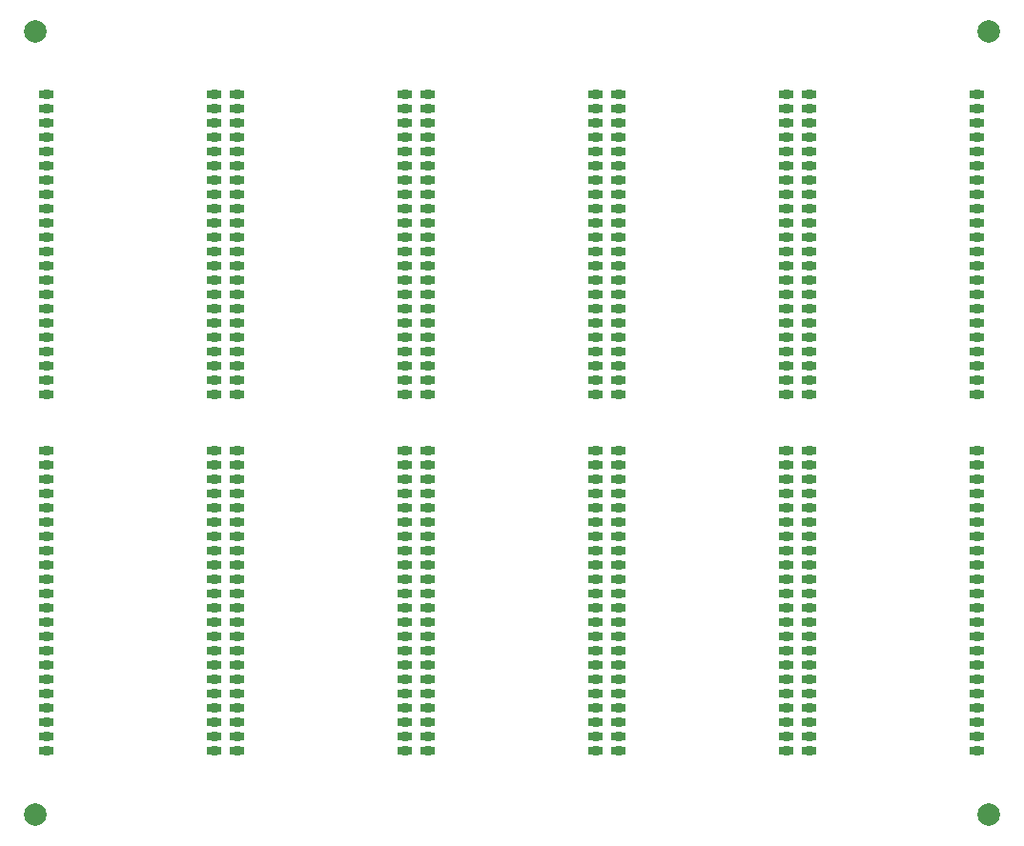
<source format=gbr>
%TF.GenerationSoftware,KiCad,Pcbnew,(6.0.7)*%
%TF.CreationDate,2022-08-09T00:19:31-07:00*%
%TF.ProjectId,panelized-M27C322-to-KM23C32000AG-adapter,70616e65-6c69-47a6-9564-2d4d32374333,rev?*%
%TF.SameCoordinates,Original*%
%TF.FileFunction,Copper,L2,Bot*%
%TF.FilePolarity,Positive*%
%FSLAX46Y46*%
G04 Gerber Fmt 4.6, Leading zero omitted, Abs format (unit mm)*
G04 Created by KiCad (PCBNEW (6.0.7)) date 2022-08-09 00:19:31*
%MOMM*%
%LPD*%
G01*
G04 APERTURE LIST*
G04 Aperture macros list*
%AMFreePoly0*
4,1,21,0.066987,0.448222,0.190096,0.411405,0.297922,0.341515,0.318615,0.317500,0.635000,0.317500,0.635000,-0.317500,0.317723,-0.317500,0.289490,-0.348692,0.179987,-0.415926,0.056016,-0.449725,-0.072458,-0.447370,-0.195108,-0.409052,-0.302073,-0.337850,-0.319179,-0.317500,-0.635000,-0.317500,-0.635000,0.317500,-0.318129,0.317500,-0.293728,0.345129,-0.185055,0.413696,-0.061506,0.449007,
0.066987,0.448222,0.066987,0.448222,$1*%
G04 Aperture macros list end*
%TA.AperFunction,SMDPad,CuDef*%
%ADD10C,2.000000*%
%TD*%
%TA.AperFunction,CastellatedPad*%
%ADD11FreePoly0,180.000000*%
%TD*%
G04 APERTURE END LIST*
D10*
%TO.P,REF\u002A\u002A,*%
%TO.N,*%
X22000000Y-18350000D03*
%TD*%
%TO.P,REF\u002A\u002A,*%
%TO.N,*%
X106612500Y-18350000D03*
%TD*%
%TO.P,REF\u002A\u002A,*%
%TO.N,*%
X22000000Y-87990000D03*
%TD*%
%TO.P,REF\u002A\u002A,*%
%TO.N,*%
X106612500Y-87990000D03*
%TD*%
D11*
%TO.P,U1,1,NC*%
%TO.N,Board_8-unconnected-(U1-Pad1)*%
X73767500Y-55670000D03*
%TO.P,U1,2,A18*%
%TO.N,Board_8-/A18*%
X73767500Y-56940000D03*
%TO.P,U1,3,A17*%
%TO.N,Board_8-/A17*%
X73767500Y-58210000D03*
%TO.P,U1,4,A7*%
%TO.N,Board_8-/A7*%
X73767500Y-59480000D03*
%TO.P,U1,5,A6*%
%TO.N,Board_8-/A6*%
X73767500Y-60750000D03*
%TO.P,U1,6,A5*%
%TO.N,Board_8-/A5*%
X73767500Y-62020000D03*
%TO.P,U1,7,A4*%
%TO.N,Board_8-/A4*%
X73767500Y-63290000D03*
%TO.P,U1,8,A3*%
%TO.N,Board_8-/A3*%
X73767500Y-64560000D03*
%TO.P,U1,9,A2*%
%TO.N,Board_8-/A2*%
X73767500Y-65830000D03*
%TO.P,U1,10,A1*%
%TO.N,Board_8-/A1*%
X73767500Y-67100000D03*
%TO.P,U1,11,A0*%
%TO.N,Board_8-/A0*%
X73767500Y-68370000D03*
%TO.P,U1,12,~{E}*%
%TO.N,Board_8-/~{CE}*%
X73767500Y-69640000D03*
%TO.P,U1,13,GND*%
%TO.N,Board_8-/VSS*%
X73767500Y-70910000D03*
%TO.P,U1,14,~{GVPP}*%
%TO.N,Board_8-/~{OE}*%
X73767500Y-72180000D03*
%TO.P,U1,15,D0*%
%TO.N,Board_8-/D0*%
X73767500Y-73450000D03*
%TO.P,U1,16,D8*%
%TO.N,Board_8-/D8*%
X73767500Y-74720000D03*
%TO.P,U1,17,D1*%
%TO.N,Board_8-/D1*%
X73767500Y-75990000D03*
%TO.P,U1,18,D9*%
%TO.N,Board_8-/D9*%
X73767500Y-77260000D03*
%TO.P,U1,19,D2*%
%TO.N,Board_8-/D2*%
X73767500Y-78530000D03*
%TO.P,U1,20,D10*%
%TO.N,Board_8-/D10*%
X73767500Y-79800000D03*
%TO.P,U1,21,D3*%
%TO.N,Board_8-/D3*%
X73767500Y-81070000D03*
%TO.P,U1,22,D11*%
%TO.N,Board_8-/D11*%
X73767500Y-82340000D03*
%TO.P,U1,23,VCC*%
%TO.N,Board_8-/VCC*%
X88690000Y-82340000D03*
%TO.P,U1,24,D4*%
%TO.N,Board_8-/D4*%
X88690000Y-81070000D03*
%TO.P,U1,25,D12*%
%TO.N,Board_8-/D12*%
X88690000Y-79800000D03*
%TO.P,U1,26,D5*%
%TO.N,Board_8-/D5*%
X88690000Y-78530000D03*
%TO.P,U1,27,D13*%
%TO.N,Board_8-/D13*%
X88690000Y-77260000D03*
%TO.P,U1,28,D6*%
%TO.N,Board_8-/D6*%
X88690000Y-75990000D03*
%TO.P,U1,29,D14*%
%TO.N,Board_8-/D14*%
X88690000Y-74720000D03*
%TO.P,U1,30,D7*%
%TO.N,Board_8-/D7*%
X88690000Y-73450000D03*
%TO.P,U1,31,D15*%
%TO.N,Board_8-/D15*%
X88690000Y-72180000D03*
%TO.P,U1,32,GND*%
%TO.N,Board_8-/VSS*%
X88690000Y-70910000D03*
%TO.P,U1,33,BHE*%
%TO.N,Board_8-unconnected-(U1-Pad33)*%
X88690000Y-69640000D03*
%TO.P,U1,34,A16*%
%TO.N,Board_8-/A16*%
X88690000Y-68370000D03*
%TO.P,U1,35,A15*%
%TO.N,Board_8-/A15*%
X88690000Y-67100000D03*
%TO.P,U1,36,A14*%
%TO.N,Board_8-/A14*%
X88690000Y-65830000D03*
%TO.P,U1,37,A13*%
%TO.N,Board_8-/A13*%
X88690000Y-64560000D03*
%TO.P,U1,38,A12*%
%TO.N,Board_8-/A12*%
X88690000Y-63290000D03*
%TO.P,U1,39,A11*%
%TO.N,Board_8-/A11*%
X88690000Y-62020000D03*
%TO.P,U1,40,A10*%
%TO.N,Board_8-/A10*%
X88690000Y-60750000D03*
%TO.P,U1,41,A9*%
%TO.N,Board_8-/A9*%
X88690000Y-59480000D03*
%TO.P,U1,42,A8*%
%TO.N,Board_8-/A8*%
X88690000Y-58210000D03*
%TO.P,U1,43,A19*%
%TO.N,Board_8-/A19*%
X88690000Y-56940000D03*
%TO.P,U1,44,A20*%
%TO.N,Board_8-/A20*%
X88690000Y-55670000D03*
%TD*%
%TO.P,U1,1,NC*%
%TO.N,Board_6-unconnected-(U1-Pad1)*%
X39922500Y-55670000D03*
%TO.P,U1,2,A18*%
%TO.N,Board_6-/A18*%
X39922500Y-56940000D03*
%TO.P,U1,3,A17*%
%TO.N,Board_6-/A17*%
X39922500Y-58210000D03*
%TO.P,U1,4,A7*%
%TO.N,Board_6-/A7*%
X39922500Y-59480000D03*
%TO.P,U1,5,A6*%
%TO.N,Board_6-/A6*%
X39922500Y-60750000D03*
%TO.P,U1,6,A5*%
%TO.N,Board_6-/A5*%
X39922500Y-62020000D03*
%TO.P,U1,7,A4*%
%TO.N,Board_6-/A4*%
X39922500Y-63290000D03*
%TO.P,U1,8,A3*%
%TO.N,Board_6-/A3*%
X39922500Y-64560000D03*
%TO.P,U1,9,A2*%
%TO.N,Board_6-/A2*%
X39922500Y-65830000D03*
%TO.P,U1,10,A1*%
%TO.N,Board_6-/A1*%
X39922500Y-67100000D03*
%TO.P,U1,11,A0*%
%TO.N,Board_6-/A0*%
X39922500Y-68370000D03*
%TO.P,U1,12,~{E}*%
%TO.N,Board_6-/~{CE}*%
X39922500Y-69640000D03*
%TO.P,U1,13,GND*%
%TO.N,Board_6-/VSS*%
X39922500Y-70910000D03*
%TO.P,U1,14,~{GVPP}*%
%TO.N,Board_6-/~{OE}*%
X39922500Y-72180000D03*
%TO.P,U1,15,D0*%
%TO.N,Board_6-/D0*%
X39922500Y-73450000D03*
%TO.P,U1,16,D8*%
%TO.N,Board_6-/D8*%
X39922500Y-74720000D03*
%TO.P,U1,17,D1*%
%TO.N,Board_6-/D1*%
X39922500Y-75990000D03*
%TO.P,U1,18,D9*%
%TO.N,Board_6-/D9*%
X39922500Y-77260000D03*
%TO.P,U1,19,D2*%
%TO.N,Board_6-/D2*%
X39922500Y-78530000D03*
%TO.P,U1,20,D10*%
%TO.N,Board_6-/D10*%
X39922500Y-79800000D03*
%TO.P,U1,21,D3*%
%TO.N,Board_6-/D3*%
X39922500Y-81070000D03*
%TO.P,U1,22,D11*%
%TO.N,Board_6-/D11*%
X39922500Y-82340000D03*
%TO.P,U1,23,VCC*%
%TO.N,Board_6-/VCC*%
X54845000Y-82340000D03*
%TO.P,U1,24,D4*%
%TO.N,Board_6-/D4*%
X54845000Y-81070000D03*
%TO.P,U1,25,D12*%
%TO.N,Board_6-/D12*%
X54845000Y-79800000D03*
%TO.P,U1,26,D5*%
%TO.N,Board_6-/D5*%
X54845000Y-78530000D03*
%TO.P,U1,27,D13*%
%TO.N,Board_6-/D13*%
X54845000Y-77260000D03*
%TO.P,U1,28,D6*%
%TO.N,Board_6-/D6*%
X54845000Y-75990000D03*
%TO.P,U1,29,D14*%
%TO.N,Board_6-/D14*%
X54845000Y-74720000D03*
%TO.P,U1,30,D7*%
%TO.N,Board_6-/D7*%
X54845000Y-73450000D03*
%TO.P,U1,31,D15*%
%TO.N,Board_6-/D15*%
X54845000Y-72180000D03*
%TO.P,U1,32,GND*%
%TO.N,Board_6-/VSS*%
X54845000Y-70910000D03*
%TO.P,U1,33,BHE*%
%TO.N,Board_6-unconnected-(U1-Pad33)*%
X54845000Y-69640000D03*
%TO.P,U1,34,A16*%
%TO.N,Board_6-/A16*%
X54845000Y-68370000D03*
%TO.P,U1,35,A15*%
%TO.N,Board_6-/A15*%
X54845000Y-67100000D03*
%TO.P,U1,36,A14*%
%TO.N,Board_6-/A14*%
X54845000Y-65830000D03*
%TO.P,U1,37,A13*%
%TO.N,Board_6-/A13*%
X54845000Y-64560000D03*
%TO.P,U1,38,A12*%
%TO.N,Board_6-/A12*%
X54845000Y-63290000D03*
%TO.P,U1,39,A11*%
%TO.N,Board_6-/A11*%
X54845000Y-62020000D03*
%TO.P,U1,40,A10*%
%TO.N,Board_6-/A10*%
X54845000Y-60750000D03*
%TO.P,U1,41,A9*%
%TO.N,Board_6-/A9*%
X54845000Y-59480000D03*
%TO.P,U1,42,A8*%
%TO.N,Board_6-/A8*%
X54845000Y-58210000D03*
%TO.P,U1,43,A19*%
%TO.N,Board_6-/A19*%
X54845000Y-56940000D03*
%TO.P,U1,44,A20*%
%TO.N,Board_6-/A20*%
X54845000Y-55670000D03*
%TD*%
%TO.P,U1,1,NC*%
%TO.N,Board_9-unconnected-(U1-Pad1)*%
X90690000Y-55670000D03*
%TO.P,U1,2,A18*%
%TO.N,Board_9-/A18*%
X90690000Y-56940000D03*
%TO.P,U1,3,A17*%
%TO.N,Board_9-/A17*%
X90690000Y-58210000D03*
%TO.P,U1,4,A7*%
%TO.N,Board_9-/A7*%
X90690000Y-59480000D03*
%TO.P,U1,5,A6*%
%TO.N,Board_9-/A6*%
X90690000Y-60750000D03*
%TO.P,U1,6,A5*%
%TO.N,Board_9-/A5*%
X90690000Y-62020000D03*
%TO.P,U1,7,A4*%
%TO.N,Board_9-/A4*%
X90690000Y-63290000D03*
%TO.P,U1,8,A3*%
%TO.N,Board_9-/A3*%
X90690000Y-64560000D03*
%TO.P,U1,9,A2*%
%TO.N,Board_9-/A2*%
X90690000Y-65830000D03*
%TO.P,U1,10,A1*%
%TO.N,Board_9-/A1*%
X90690000Y-67100000D03*
%TO.P,U1,11,A0*%
%TO.N,Board_9-/A0*%
X90690000Y-68370000D03*
%TO.P,U1,12,~{E}*%
%TO.N,Board_9-/~{CE}*%
X90690000Y-69640000D03*
%TO.P,U1,13,GND*%
%TO.N,Board_9-/VSS*%
X90690000Y-70910000D03*
%TO.P,U1,14,~{GVPP}*%
%TO.N,Board_9-/~{OE}*%
X90690000Y-72180000D03*
%TO.P,U1,15,D0*%
%TO.N,Board_9-/D0*%
X90690000Y-73450000D03*
%TO.P,U1,16,D8*%
%TO.N,Board_9-/D8*%
X90690000Y-74720000D03*
%TO.P,U1,17,D1*%
%TO.N,Board_9-/D1*%
X90690000Y-75990000D03*
%TO.P,U1,18,D9*%
%TO.N,Board_9-/D9*%
X90690000Y-77260000D03*
%TO.P,U1,19,D2*%
%TO.N,Board_9-/D2*%
X90690000Y-78530000D03*
%TO.P,U1,20,D10*%
%TO.N,Board_9-/D10*%
X90690000Y-79800000D03*
%TO.P,U1,21,D3*%
%TO.N,Board_9-/D3*%
X90690000Y-81070000D03*
%TO.P,U1,22,D11*%
%TO.N,Board_9-/D11*%
X90690000Y-82340000D03*
%TO.P,U1,23,VCC*%
%TO.N,Board_9-/VCC*%
X105612500Y-82340000D03*
%TO.P,U1,24,D4*%
%TO.N,Board_9-/D4*%
X105612500Y-81070000D03*
%TO.P,U1,25,D12*%
%TO.N,Board_9-/D12*%
X105612500Y-79800000D03*
%TO.P,U1,26,D5*%
%TO.N,Board_9-/D5*%
X105612500Y-78530000D03*
%TO.P,U1,27,D13*%
%TO.N,Board_9-/D13*%
X105612500Y-77260000D03*
%TO.P,U1,28,D6*%
%TO.N,Board_9-/D6*%
X105612500Y-75990000D03*
%TO.P,U1,29,D14*%
%TO.N,Board_9-/D14*%
X105612500Y-74720000D03*
%TO.P,U1,30,D7*%
%TO.N,Board_9-/D7*%
X105612500Y-73450000D03*
%TO.P,U1,31,D15*%
%TO.N,Board_9-/D15*%
X105612500Y-72180000D03*
%TO.P,U1,32,GND*%
%TO.N,Board_9-/VSS*%
X105612500Y-70910000D03*
%TO.P,U1,33,BHE*%
%TO.N,Board_9-unconnected-(U1-Pad33)*%
X105612500Y-69640000D03*
%TO.P,U1,34,A16*%
%TO.N,Board_9-/A16*%
X105612500Y-68370000D03*
%TO.P,U1,35,A15*%
%TO.N,Board_9-/A15*%
X105612500Y-67100000D03*
%TO.P,U1,36,A14*%
%TO.N,Board_9-/A14*%
X105612500Y-65830000D03*
%TO.P,U1,37,A13*%
%TO.N,Board_9-/A13*%
X105612500Y-64560000D03*
%TO.P,U1,38,A12*%
%TO.N,Board_9-/A12*%
X105612500Y-63290000D03*
%TO.P,U1,39,A11*%
%TO.N,Board_9-/A11*%
X105612500Y-62020000D03*
%TO.P,U1,40,A10*%
%TO.N,Board_9-/A10*%
X105612500Y-60750000D03*
%TO.P,U1,41,A9*%
%TO.N,Board_9-/A9*%
X105612500Y-59480000D03*
%TO.P,U1,42,A8*%
%TO.N,Board_9-/A8*%
X105612500Y-58210000D03*
%TO.P,U1,43,A19*%
%TO.N,Board_9-/A19*%
X105612500Y-56940000D03*
%TO.P,U1,44,A20*%
%TO.N,Board_9-/A20*%
X105612500Y-55670000D03*
%TD*%
%TO.P,U1,1,NC*%
%TO.N,Board_5-unconnected-(U1-Pad1)*%
X23000000Y-55670000D03*
%TO.P,U1,2,A18*%
%TO.N,Board_5-/A18*%
X23000000Y-56940000D03*
%TO.P,U1,3,A17*%
%TO.N,Board_5-/A17*%
X23000000Y-58210000D03*
%TO.P,U1,4,A7*%
%TO.N,Board_5-/A7*%
X23000000Y-59480000D03*
%TO.P,U1,5,A6*%
%TO.N,Board_5-/A6*%
X23000000Y-60750000D03*
%TO.P,U1,6,A5*%
%TO.N,Board_5-/A5*%
X23000000Y-62020000D03*
%TO.P,U1,7,A4*%
%TO.N,Board_5-/A4*%
X23000000Y-63290000D03*
%TO.P,U1,8,A3*%
%TO.N,Board_5-/A3*%
X23000000Y-64560000D03*
%TO.P,U1,9,A2*%
%TO.N,Board_5-/A2*%
X23000000Y-65830000D03*
%TO.P,U1,10,A1*%
%TO.N,Board_5-/A1*%
X23000000Y-67100000D03*
%TO.P,U1,11,A0*%
%TO.N,Board_5-/A0*%
X23000000Y-68370000D03*
%TO.P,U1,12,~{E}*%
%TO.N,Board_5-/~{CE}*%
X23000000Y-69640000D03*
%TO.P,U1,13,GND*%
%TO.N,Board_5-/VSS*%
X23000000Y-70910000D03*
%TO.P,U1,14,~{GVPP}*%
%TO.N,Board_5-/~{OE}*%
X23000000Y-72180000D03*
%TO.P,U1,15,D0*%
%TO.N,Board_5-/D0*%
X23000000Y-73450000D03*
%TO.P,U1,16,D8*%
%TO.N,Board_5-/D8*%
X23000000Y-74720000D03*
%TO.P,U1,17,D1*%
%TO.N,Board_5-/D1*%
X23000000Y-75990000D03*
%TO.P,U1,18,D9*%
%TO.N,Board_5-/D9*%
X23000000Y-77260000D03*
%TO.P,U1,19,D2*%
%TO.N,Board_5-/D2*%
X23000000Y-78530000D03*
%TO.P,U1,20,D10*%
%TO.N,Board_5-/D10*%
X23000000Y-79800000D03*
%TO.P,U1,21,D3*%
%TO.N,Board_5-/D3*%
X23000000Y-81070000D03*
%TO.P,U1,22,D11*%
%TO.N,Board_5-/D11*%
X23000000Y-82340000D03*
%TO.P,U1,23,VCC*%
%TO.N,Board_5-/VCC*%
X37922500Y-82340000D03*
%TO.P,U1,24,D4*%
%TO.N,Board_5-/D4*%
X37922500Y-81070000D03*
%TO.P,U1,25,D12*%
%TO.N,Board_5-/D12*%
X37922500Y-79800000D03*
%TO.P,U1,26,D5*%
%TO.N,Board_5-/D5*%
X37922500Y-78530000D03*
%TO.P,U1,27,D13*%
%TO.N,Board_5-/D13*%
X37922500Y-77260000D03*
%TO.P,U1,28,D6*%
%TO.N,Board_5-/D6*%
X37922500Y-75990000D03*
%TO.P,U1,29,D14*%
%TO.N,Board_5-/D14*%
X37922500Y-74720000D03*
%TO.P,U1,30,D7*%
%TO.N,Board_5-/D7*%
X37922500Y-73450000D03*
%TO.P,U1,31,D15*%
%TO.N,Board_5-/D15*%
X37922500Y-72180000D03*
%TO.P,U1,32,GND*%
%TO.N,Board_5-/VSS*%
X37922500Y-70910000D03*
%TO.P,U1,33,BHE*%
%TO.N,Board_5-unconnected-(U1-Pad33)*%
X37922500Y-69640000D03*
%TO.P,U1,34,A16*%
%TO.N,Board_5-/A16*%
X37922500Y-68370000D03*
%TO.P,U1,35,A15*%
%TO.N,Board_5-/A15*%
X37922500Y-67100000D03*
%TO.P,U1,36,A14*%
%TO.N,Board_5-/A14*%
X37922500Y-65830000D03*
%TO.P,U1,37,A13*%
%TO.N,Board_5-/A13*%
X37922500Y-64560000D03*
%TO.P,U1,38,A12*%
%TO.N,Board_5-/A12*%
X37922500Y-63290000D03*
%TO.P,U1,39,A11*%
%TO.N,Board_5-/A11*%
X37922500Y-62020000D03*
%TO.P,U1,40,A10*%
%TO.N,Board_5-/A10*%
X37922500Y-60750000D03*
%TO.P,U1,41,A9*%
%TO.N,Board_5-/A9*%
X37922500Y-59480000D03*
%TO.P,U1,42,A8*%
%TO.N,Board_5-/A8*%
X37922500Y-58210000D03*
%TO.P,U1,43,A19*%
%TO.N,Board_5-/A19*%
X37922500Y-56940000D03*
%TO.P,U1,44,A20*%
%TO.N,Board_5-/A20*%
X37922500Y-55670000D03*
%TD*%
%TO.P,U1,1,NC*%
%TO.N,Board_3-unconnected-(U1-Pad1)*%
X73767500Y-24000000D03*
%TO.P,U1,2,A18*%
%TO.N,Board_3-/A18*%
X73767500Y-25270000D03*
%TO.P,U1,3,A17*%
%TO.N,Board_3-/A17*%
X73767500Y-26540000D03*
%TO.P,U1,4,A7*%
%TO.N,Board_3-/A7*%
X73767500Y-27810000D03*
%TO.P,U1,5,A6*%
%TO.N,Board_3-/A6*%
X73767500Y-29080000D03*
%TO.P,U1,6,A5*%
%TO.N,Board_3-/A5*%
X73767500Y-30350000D03*
%TO.P,U1,7,A4*%
%TO.N,Board_3-/A4*%
X73767500Y-31620000D03*
%TO.P,U1,8,A3*%
%TO.N,Board_3-/A3*%
X73767500Y-32890000D03*
%TO.P,U1,9,A2*%
%TO.N,Board_3-/A2*%
X73767500Y-34160000D03*
%TO.P,U1,10,A1*%
%TO.N,Board_3-/A1*%
X73767500Y-35430000D03*
%TO.P,U1,11,A0*%
%TO.N,Board_3-/A0*%
X73767500Y-36700000D03*
%TO.P,U1,12,~{E}*%
%TO.N,Board_3-/~{CE}*%
X73767500Y-37970000D03*
%TO.P,U1,13,GND*%
%TO.N,Board_3-/VSS*%
X73767500Y-39240000D03*
%TO.P,U1,14,~{GVPP}*%
%TO.N,Board_3-/~{OE}*%
X73767500Y-40510000D03*
%TO.P,U1,15,D0*%
%TO.N,Board_3-/D0*%
X73767500Y-41780000D03*
%TO.P,U1,16,D8*%
%TO.N,Board_3-/D8*%
X73767500Y-43050000D03*
%TO.P,U1,17,D1*%
%TO.N,Board_3-/D1*%
X73767500Y-44320000D03*
%TO.P,U1,18,D9*%
%TO.N,Board_3-/D9*%
X73767500Y-45590000D03*
%TO.P,U1,19,D2*%
%TO.N,Board_3-/D2*%
X73767500Y-46860000D03*
%TO.P,U1,20,D10*%
%TO.N,Board_3-/D10*%
X73767500Y-48130000D03*
%TO.P,U1,21,D3*%
%TO.N,Board_3-/D3*%
X73767500Y-49400000D03*
%TO.P,U1,22,D11*%
%TO.N,Board_3-/D11*%
X73767500Y-50670000D03*
%TO.P,U1,23,VCC*%
%TO.N,Board_3-/VCC*%
X88690000Y-50670000D03*
%TO.P,U1,24,D4*%
%TO.N,Board_3-/D4*%
X88690000Y-49400000D03*
%TO.P,U1,25,D12*%
%TO.N,Board_3-/D12*%
X88690000Y-48130000D03*
%TO.P,U1,26,D5*%
%TO.N,Board_3-/D5*%
X88690000Y-46860000D03*
%TO.P,U1,27,D13*%
%TO.N,Board_3-/D13*%
X88690000Y-45590000D03*
%TO.P,U1,28,D6*%
%TO.N,Board_3-/D6*%
X88690000Y-44320000D03*
%TO.P,U1,29,D14*%
%TO.N,Board_3-/D14*%
X88690000Y-43050000D03*
%TO.P,U1,30,D7*%
%TO.N,Board_3-/D7*%
X88690000Y-41780000D03*
%TO.P,U1,31,D15*%
%TO.N,Board_3-/D15*%
X88690000Y-40510000D03*
%TO.P,U1,32,GND*%
%TO.N,Board_3-/VSS*%
X88690000Y-39240000D03*
%TO.P,U1,33,BHE*%
%TO.N,Board_3-unconnected-(U1-Pad33)*%
X88690000Y-37970000D03*
%TO.P,U1,34,A16*%
%TO.N,Board_3-/A16*%
X88690000Y-36700000D03*
%TO.P,U1,35,A15*%
%TO.N,Board_3-/A15*%
X88690000Y-35430000D03*
%TO.P,U1,36,A14*%
%TO.N,Board_3-/A14*%
X88690000Y-34160000D03*
%TO.P,U1,37,A13*%
%TO.N,Board_3-/A13*%
X88690000Y-32890000D03*
%TO.P,U1,38,A12*%
%TO.N,Board_3-/A12*%
X88690000Y-31620000D03*
%TO.P,U1,39,A11*%
%TO.N,Board_3-/A11*%
X88690000Y-30350000D03*
%TO.P,U1,40,A10*%
%TO.N,Board_3-/A10*%
X88690000Y-29080000D03*
%TO.P,U1,41,A9*%
%TO.N,Board_3-/A9*%
X88690000Y-27810000D03*
%TO.P,U1,42,A8*%
%TO.N,Board_3-/A8*%
X88690000Y-26540000D03*
%TO.P,U1,43,A19*%
%TO.N,Board_3-/A19*%
X88690000Y-25270000D03*
%TO.P,U1,44,A20*%
%TO.N,Board_3-/A20*%
X88690000Y-24000000D03*
%TD*%
%TO.P,U1,1,NC*%
%TO.N,Board_1-unconnected-(U1-Pad1)*%
X39922500Y-24000000D03*
%TO.P,U1,2,A18*%
%TO.N,Board_1-/A18*%
X39922500Y-25270000D03*
%TO.P,U1,3,A17*%
%TO.N,Board_1-/A17*%
X39922500Y-26540000D03*
%TO.P,U1,4,A7*%
%TO.N,Board_1-/A7*%
X39922500Y-27810000D03*
%TO.P,U1,5,A6*%
%TO.N,Board_1-/A6*%
X39922500Y-29080000D03*
%TO.P,U1,6,A5*%
%TO.N,Board_1-/A5*%
X39922500Y-30350000D03*
%TO.P,U1,7,A4*%
%TO.N,Board_1-/A4*%
X39922500Y-31620000D03*
%TO.P,U1,8,A3*%
%TO.N,Board_1-/A3*%
X39922500Y-32890000D03*
%TO.P,U1,9,A2*%
%TO.N,Board_1-/A2*%
X39922500Y-34160000D03*
%TO.P,U1,10,A1*%
%TO.N,Board_1-/A1*%
X39922500Y-35430000D03*
%TO.P,U1,11,A0*%
%TO.N,Board_1-/A0*%
X39922500Y-36700000D03*
%TO.P,U1,12,~{E}*%
%TO.N,Board_1-/~{CE}*%
X39922500Y-37970000D03*
%TO.P,U1,13,GND*%
%TO.N,Board_1-/VSS*%
X39922500Y-39240000D03*
%TO.P,U1,14,~{GVPP}*%
%TO.N,Board_1-/~{OE}*%
X39922500Y-40510000D03*
%TO.P,U1,15,D0*%
%TO.N,Board_1-/D0*%
X39922500Y-41780000D03*
%TO.P,U1,16,D8*%
%TO.N,Board_1-/D8*%
X39922500Y-43050000D03*
%TO.P,U1,17,D1*%
%TO.N,Board_1-/D1*%
X39922500Y-44320000D03*
%TO.P,U1,18,D9*%
%TO.N,Board_1-/D9*%
X39922500Y-45590000D03*
%TO.P,U1,19,D2*%
%TO.N,Board_1-/D2*%
X39922500Y-46860000D03*
%TO.P,U1,20,D10*%
%TO.N,Board_1-/D10*%
X39922500Y-48130000D03*
%TO.P,U1,21,D3*%
%TO.N,Board_1-/D3*%
X39922500Y-49400000D03*
%TO.P,U1,22,D11*%
%TO.N,Board_1-/D11*%
X39922500Y-50670000D03*
%TO.P,U1,23,VCC*%
%TO.N,Board_1-/VCC*%
X54845000Y-50670000D03*
%TO.P,U1,24,D4*%
%TO.N,Board_1-/D4*%
X54845000Y-49400000D03*
%TO.P,U1,25,D12*%
%TO.N,Board_1-/D12*%
X54845000Y-48130000D03*
%TO.P,U1,26,D5*%
%TO.N,Board_1-/D5*%
X54845000Y-46860000D03*
%TO.P,U1,27,D13*%
%TO.N,Board_1-/D13*%
X54845000Y-45590000D03*
%TO.P,U1,28,D6*%
%TO.N,Board_1-/D6*%
X54845000Y-44320000D03*
%TO.P,U1,29,D14*%
%TO.N,Board_1-/D14*%
X54845000Y-43050000D03*
%TO.P,U1,30,D7*%
%TO.N,Board_1-/D7*%
X54845000Y-41780000D03*
%TO.P,U1,31,D15*%
%TO.N,Board_1-/D15*%
X54845000Y-40510000D03*
%TO.P,U1,32,GND*%
%TO.N,Board_1-/VSS*%
X54845000Y-39240000D03*
%TO.P,U1,33,BHE*%
%TO.N,Board_1-unconnected-(U1-Pad33)*%
X54845000Y-37970000D03*
%TO.P,U1,34,A16*%
%TO.N,Board_1-/A16*%
X54845000Y-36700000D03*
%TO.P,U1,35,A15*%
%TO.N,Board_1-/A15*%
X54845000Y-35430000D03*
%TO.P,U1,36,A14*%
%TO.N,Board_1-/A14*%
X54845000Y-34160000D03*
%TO.P,U1,37,A13*%
%TO.N,Board_1-/A13*%
X54845000Y-32890000D03*
%TO.P,U1,38,A12*%
%TO.N,Board_1-/A12*%
X54845000Y-31620000D03*
%TO.P,U1,39,A11*%
%TO.N,Board_1-/A11*%
X54845000Y-30350000D03*
%TO.P,U1,40,A10*%
%TO.N,Board_1-/A10*%
X54845000Y-29080000D03*
%TO.P,U1,41,A9*%
%TO.N,Board_1-/A9*%
X54845000Y-27810000D03*
%TO.P,U1,42,A8*%
%TO.N,Board_1-/A8*%
X54845000Y-26540000D03*
%TO.P,U1,43,A19*%
%TO.N,Board_1-/A19*%
X54845000Y-25270000D03*
%TO.P,U1,44,A20*%
%TO.N,Board_1-/A20*%
X54845000Y-24000000D03*
%TD*%
%TO.P,U1,1,NC*%
%TO.N,Board_4-unconnected-(U1-Pad1)*%
X90690000Y-24000000D03*
%TO.P,U1,2,A18*%
%TO.N,Board_4-/A18*%
X90690000Y-25270000D03*
%TO.P,U1,3,A17*%
%TO.N,Board_4-/A17*%
X90690000Y-26540000D03*
%TO.P,U1,4,A7*%
%TO.N,Board_4-/A7*%
X90690000Y-27810000D03*
%TO.P,U1,5,A6*%
%TO.N,Board_4-/A6*%
X90690000Y-29080000D03*
%TO.P,U1,6,A5*%
%TO.N,Board_4-/A5*%
X90690000Y-30350000D03*
%TO.P,U1,7,A4*%
%TO.N,Board_4-/A4*%
X90690000Y-31620000D03*
%TO.P,U1,8,A3*%
%TO.N,Board_4-/A3*%
X90690000Y-32890000D03*
%TO.P,U1,9,A2*%
%TO.N,Board_4-/A2*%
X90690000Y-34160000D03*
%TO.P,U1,10,A1*%
%TO.N,Board_4-/A1*%
X90690000Y-35430000D03*
%TO.P,U1,11,A0*%
%TO.N,Board_4-/A0*%
X90690000Y-36700000D03*
%TO.P,U1,12,~{E}*%
%TO.N,Board_4-/~{CE}*%
X90690000Y-37970000D03*
%TO.P,U1,13,GND*%
%TO.N,Board_4-/VSS*%
X90690000Y-39240000D03*
%TO.P,U1,14,~{GVPP}*%
%TO.N,Board_4-/~{OE}*%
X90690000Y-40510000D03*
%TO.P,U1,15,D0*%
%TO.N,Board_4-/D0*%
X90690000Y-41780000D03*
%TO.P,U1,16,D8*%
%TO.N,Board_4-/D8*%
X90690000Y-43050000D03*
%TO.P,U1,17,D1*%
%TO.N,Board_4-/D1*%
X90690000Y-44320000D03*
%TO.P,U1,18,D9*%
%TO.N,Board_4-/D9*%
X90690000Y-45590000D03*
%TO.P,U1,19,D2*%
%TO.N,Board_4-/D2*%
X90690000Y-46860000D03*
%TO.P,U1,20,D10*%
%TO.N,Board_4-/D10*%
X90690000Y-48130000D03*
%TO.P,U1,21,D3*%
%TO.N,Board_4-/D3*%
X90690000Y-49400000D03*
%TO.P,U1,22,D11*%
%TO.N,Board_4-/D11*%
X90690000Y-50670000D03*
%TO.P,U1,23,VCC*%
%TO.N,Board_4-/VCC*%
X105612500Y-50670000D03*
%TO.P,U1,24,D4*%
%TO.N,Board_4-/D4*%
X105612500Y-49400000D03*
%TO.P,U1,25,D12*%
%TO.N,Board_4-/D12*%
X105612500Y-48130000D03*
%TO.P,U1,26,D5*%
%TO.N,Board_4-/D5*%
X105612500Y-46860000D03*
%TO.P,U1,27,D13*%
%TO.N,Board_4-/D13*%
X105612500Y-45590000D03*
%TO.P,U1,28,D6*%
%TO.N,Board_4-/D6*%
X105612500Y-44320000D03*
%TO.P,U1,29,D14*%
%TO.N,Board_4-/D14*%
X105612500Y-43050000D03*
%TO.P,U1,30,D7*%
%TO.N,Board_4-/D7*%
X105612500Y-41780000D03*
%TO.P,U1,31,D15*%
%TO.N,Board_4-/D15*%
X105612500Y-40510000D03*
%TO.P,U1,32,GND*%
%TO.N,Board_4-/VSS*%
X105612500Y-39240000D03*
%TO.P,U1,33,BHE*%
%TO.N,Board_4-unconnected-(U1-Pad33)*%
X105612500Y-37970000D03*
%TO.P,U1,34,A16*%
%TO.N,Board_4-/A16*%
X105612500Y-36700000D03*
%TO.P,U1,35,A15*%
%TO.N,Board_4-/A15*%
X105612500Y-35430000D03*
%TO.P,U1,36,A14*%
%TO.N,Board_4-/A14*%
X105612500Y-34160000D03*
%TO.P,U1,37,A13*%
%TO.N,Board_4-/A13*%
X105612500Y-32890000D03*
%TO.P,U1,38,A12*%
%TO.N,Board_4-/A12*%
X105612500Y-31620000D03*
%TO.P,U1,39,A11*%
%TO.N,Board_4-/A11*%
X105612500Y-30350000D03*
%TO.P,U1,40,A10*%
%TO.N,Board_4-/A10*%
X105612500Y-29080000D03*
%TO.P,U1,41,A9*%
%TO.N,Board_4-/A9*%
X105612500Y-27810000D03*
%TO.P,U1,42,A8*%
%TO.N,Board_4-/A8*%
X105612500Y-26540000D03*
%TO.P,U1,43,A19*%
%TO.N,Board_4-/A19*%
X105612500Y-25270000D03*
%TO.P,U1,44,A20*%
%TO.N,Board_4-/A20*%
X105612500Y-24000000D03*
%TD*%
%TO.P,U1,1,NC*%
%TO.N,Board_0-unconnected-(U1-Pad1)*%
X23000000Y-24000000D03*
%TO.P,U1,2,A18*%
%TO.N,Board_0-/A18*%
X23000000Y-25270000D03*
%TO.P,U1,3,A17*%
%TO.N,Board_0-/A17*%
X23000000Y-26540000D03*
%TO.P,U1,4,A7*%
%TO.N,Board_0-/A7*%
X23000000Y-27810000D03*
%TO.P,U1,5,A6*%
%TO.N,Board_0-/A6*%
X23000000Y-29080000D03*
%TO.P,U1,6,A5*%
%TO.N,Board_0-/A5*%
X23000000Y-30350000D03*
%TO.P,U1,7,A4*%
%TO.N,Board_0-/A4*%
X23000000Y-31620000D03*
%TO.P,U1,8,A3*%
%TO.N,Board_0-/A3*%
X23000000Y-32890000D03*
%TO.P,U1,9,A2*%
%TO.N,Board_0-/A2*%
X23000000Y-34160000D03*
%TO.P,U1,10,A1*%
%TO.N,Board_0-/A1*%
X23000000Y-35430000D03*
%TO.P,U1,11,A0*%
%TO.N,Board_0-/A0*%
X23000000Y-36700000D03*
%TO.P,U1,12,~{E}*%
%TO.N,Board_0-/~{CE}*%
X23000000Y-37970000D03*
%TO.P,U1,13,GND*%
%TO.N,Board_0-/VSS*%
X23000000Y-39240000D03*
%TO.P,U1,14,~{GVPP}*%
%TO.N,Board_0-/~{OE}*%
X23000000Y-40510000D03*
%TO.P,U1,15,D0*%
%TO.N,Board_0-/D0*%
X23000000Y-41780000D03*
%TO.P,U1,16,D8*%
%TO.N,Board_0-/D8*%
X23000000Y-43050000D03*
%TO.P,U1,17,D1*%
%TO.N,Board_0-/D1*%
X23000000Y-44320000D03*
%TO.P,U1,18,D9*%
%TO.N,Board_0-/D9*%
X23000000Y-45590000D03*
%TO.P,U1,19,D2*%
%TO.N,Board_0-/D2*%
X23000000Y-46860000D03*
%TO.P,U1,20,D10*%
%TO.N,Board_0-/D10*%
X23000000Y-48130000D03*
%TO.P,U1,21,D3*%
%TO.N,Board_0-/D3*%
X23000000Y-49400000D03*
%TO.P,U1,22,D11*%
%TO.N,Board_0-/D11*%
X23000000Y-50670000D03*
%TO.P,U1,23,VCC*%
%TO.N,Board_0-/VCC*%
X37922500Y-50670000D03*
%TO.P,U1,24,D4*%
%TO.N,Board_0-/D4*%
X37922500Y-49400000D03*
%TO.P,U1,25,D12*%
%TO.N,Board_0-/D12*%
X37922500Y-48130000D03*
%TO.P,U1,26,D5*%
%TO.N,Board_0-/D5*%
X37922500Y-46860000D03*
%TO.P,U1,27,D13*%
%TO.N,Board_0-/D13*%
X37922500Y-45590000D03*
%TO.P,U1,28,D6*%
%TO.N,Board_0-/D6*%
X37922500Y-44320000D03*
%TO.P,U1,29,D14*%
%TO.N,Board_0-/D14*%
X37922500Y-43050000D03*
%TO.P,U1,30,D7*%
%TO.N,Board_0-/D7*%
X37922500Y-41780000D03*
%TO.P,U1,31,D15*%
%TO.N,Board_0-/D15*%
X37922500Y-40510000D03*
%TO.P,U1,32,GND*%
%TO.N,Board_0-/VSS*%
X37922500Y-39240000D03*
%TO.P,U1,33,BHE*%
%TO.N,Board_0-unconnected-(U1-Pad33)*%
X37922500Y-37970000D03*
%TO.P,U1,34,A16*%
%TO.N,Board_0-/A16*%
X37922500Y-36700000D03*
%TO.P,U1,35,A15*%
%TO.N,Board_0-/A15*%
X37922500Y-35430000D03*
%TO.P,U1,36,A14*%
%TO.N,Board_0-/A14*%
X37922500Y-34160000D03*
%TO.P,U1,37,A13*%
%TO.N,Board_0-/A13*%
X37922500Y-32890000D03*
%TO.P,U1,38,A12*%
%TO.N,Board_0-/A12*%
X37922500Y-31620000D03*
%TO.P,U1,39,A11*%
%TO.N,Board_0-/A11*%
X37922500Y-30350000D03*
%TO.P,U1,40,A10*%
%TO.N,Board_0-/A10*%
X37922500Y-29080000D03*
%TO.P,U1,41,A9*%
%TO.N,Board_0-/A9*%
X37922500Y-27810000D03*
%TO.P,U1,42,A8*%
%TO.N,Board_0-/A8*%
X37922500Y-26540000D03*
%TO.P,U1,43,A19*%
%TO.N,Board_0-/A19*%
X37922500Y-25270000D03*
%TO.P,U1,44,A20*%
%TO.N,Board_0-/A20*%
X37922500Y-24000000D03*
%TD*%
%TO.P,U1,1,NC*%
%TO.N,Board_2-unconnected-(U1-Pad1)*%
X56845000Y-24000000D03*
%TO.P,U1,2,A18*%
%TO.N,Board_2-/A18*%
X56845000Y-25270000D03*
%TO.P,U1,3,A17*%
%TO.N,Board_2-/A17*%
X56845000Y-26540000D03*
%TO.P,U1,4,A7*%
%TO.N,Board_2-/A7*%
X56845000Y-27810000D03*
%TO.P,U1,5,A6*%
%TO.N,Board_2-/A6*%
X56845000Y-29080000D03*
%TO.P,U1,6,A5*%
%TO.N,Board_2-/A5*%
X56845000Y-30350000D03*
%TO.P,U1,7,A4*%
%TO.N,Board_2-/A4*%
X56845000Y-31620000D03*
%TO.P,U1,8,A3*%
%TO.N,Board_2-/A3*%
X56845000Y-32890000D03*
%TO.P,U1,9,A2*%
%TO.N,Board_2-/A2*%
X56845000Y-34160000D03*
%TO.P,U1,10,A1*%
%TO.N,Board_2-/A1*%
X56845000Y-35430000D03*
%TO.P,U1,11,A0*%
%TO.N,Board_2-/A0*%
X56845000Y-36700000D03*
%TO.P,U1,12,~{E}*%
%TO.N,Board_2-/~{CE}*%
X56845000Y-37970000D03*
%TO.P,U1,13,GND*%
%TO.N,Board_2-/VSS*%
X56845000Y-39240000D03*
%TO.P,U1,14,~{GVPP}*%
%TO.N,Board_2-/~{OE}*%
X56845000Y-40510000D03*
%TO.P,U1,15,D0*%
%TO.N,Board_2-/D0*%
X56845000Y-41780000D03*
%TO.P,U1,16,D8*%
%TO.N,Board_2-/D8*%
X56845000Y-43050000D03*
%TO.P,U1,17,D1*%
%TO.N,Board_2-/D1*%
X56845000Y-44320000D03*
%TO.P,U1,18,D9*%
%TO.N,Board_2-/D9*%
X56845000Y-45590000D03*
%TO.P,U1,19,D2*%
%TO.N,Board_2-/D2*%
X56845000Y-46860000D03*
%TO.P,U1,20,D10*%
%TO.N,Board_2-/D10*%
X56845000Y-48130000D03*
%TO.P,U1,21,D3*%
%TO.N,Board_2-/D3*%
X56845000Y-49400000D03*
%TO.P,U1,22,D11*%
%TO.N,Board_2-/D11*%
X56845000Y-50670000D03*
%TO.P,U1,23,VCC*%
%TO.N,Board_2-/VCC*%
X71767500Y-50670000D03*
%TO.P,U1,24,D4*%
%TO.N,Board_2-/D4*%
X71767500Y-49400000D03*
%TO.P,U1,25,D12*%
%TO.N,Board_2-/D12*%
X71767500Y-48130000D03*
%TO.P,U1,26,D5*%
%TO.N,Board_2-/D5*%
X71767500Y-46860000D03*
%TO.P,U1,27,D13*%
%TO.N,Board_2-/D13*%
X71767500Y-45590000D03*
%TO.P,U1,28,D6*%
%TO.N,Board_2-/D6*%
X71767500Y-44320000D03*
%TO.P,U1,29,D14*%
%TO.N,Board_2-/D14*%
X71767500Y-43050000D03*
%TO.P,U1,30,D7*%
%TO.N,Board_2-/D7*%
X71767500Y-41780000D03*
%TO.P,U1,31,D15*%
%TO.N,Board_2-/D15*%
X71767500Y-40510000D03*
%TO.P,U1,32,GND*%
%TO.N,Board_2-/VSS*%
X71767500Y-39240000D03*
%TO.P,U1,33,BHE*%
%TO.N,Board_2-unconnected-(U1-Pad33)*%
X71767500Y-37970000D03*
%TO.P,U1,34,A16*%
%TO.N,Board_2-/A16*%
X71767500Y-36700000D03*
%TO.P,U1,35,A15*%
%TO.N,Board_2-/A15*%
X71767500Y-35430000D03*
%TO.P,U1,36,A14*%
%TO.N,Board_2-/A14*%
X71767500Y-34160000D03*
%TO.P,U1,37,A13*%
%TO.N,Board_2-/A13*%
X71767500Y-32890000D03*
%TO.P,U1,38,A12*%
%TO.N,Board_2-/A12*%
X71767500Y-31620000D03*
%TO.P,U1,39,A11*%
%TO.N,Board_2-/A11*%
X71767500Y-30350000D03*
%TO.P,U1,40,A10*%
%TO.N,Board_2-/A10*%
X71767500Y-29080000D03*
%TO.P,U1,41,A9*%
%TO.N,Board_2-/A9*%
X71767500Y-27810000D03*
%TO.P,U1,42,A8*%
%TO.N,Board_2-/A8*%
X71767500Y-26540000D03*
%TO.P,U1,43,A19*%
%TO.N,Board_2-/A19*%
X71767500Y-25270000D03*
%TO.P,U1,44,A20*%
%TO.N,Board_2-/A20*%
X71767500Y-24000000D03*
%TD*%
%TO.P,U1,1,NC*%
%TO.N,Board_7-unconnected-(U1-Pad1)*%
X56845000Y-55670000D03*
%TO.P,U1,2,A18*%
%TO.N,Board_7-/A18*%
X56845000Y-56940000D03*
%TO.P,U1,3,A17*%
%TO.N,Board_7-/A17*%
X56845000Y-58210000D03*
%TO.P,U1,4,A7*%
%TO.N,Board_7-/A7*%
X56845000Y-59480000D03*
%TO.P,U1,5,A6*%
%TO.N,Board_7-/A6*%
X56845000Y-60750000D03*
%TO.P,U1,6,A5*%
%TO.N,Board_7-/A5*%
X56845000Y-62020000D03*
%TO.P,U1,7,A4*%
%TO.N,Board_7-/A4*%
X56845000Y-63290000D03*
%TO.P,U1,8,A3*%
%TO.N,Board_7-/A3*%
X56845000Y-64560000D03*
%TO.P,U1,9,A2*%
%TO.N,Board_7-/A2*%
X56845000Y-65830000D03*
%TO.P,U1,10,A1*%
%TO.N,Board_7-/A1*%
X56845000Y-67100000D03*
%TO.P,U1,11,A0*%
%TO.N,Board_7-/A0*%
X56845000Y-68370000D03*
%TO.P,U1,12,~{E}*%
%TO.N,Board_7-/~{CE}*%
X56845000Y-69640000D03*
%TO.P,U1,13,GND*%
%TO.N,Board_7-/VSS*%
X56845000Y-70910000D03*
%TO.P,U1,14,~{GVPP}*%
%TO.N,Board_7-/~{OE}*%
X56845000Y-72180000D03*
%TO.P,U1,15,D0*%
%TO.N,Board_7-/D0*%
X56845000Y-73450000D03*
%TO.P,U1,16,D8*%
%TO.N,Board_7-/D8*%
X56845000Y-74720000D03*
%TO.P,U1,17,D1*%
%TO.N,Board_7-/D1*%
X56845000Y-75990000D03*
%TO.P,U1,18,D9*%
%TO.N,Board_7-/D9*%
X56845000Y-77260000D03*
%TO.P,U1,19,D2*%
%TO.N,Board_7-/D2*%
X56845000Y-78530000D03*
%TO.P,U1,20,D10*%
%TO.N,Board_7-/D10*%
X56845000Y-79800000D03*
%TO.P,U1,21,D3*%
%TO.N,Board_7-/D3*%
X56845000Y-81070000D03*
%TO.P,U1,22,D11*%
%TO.N,Board_7-/D11*%
X56845000Y-82340000D03*
%TO.P,U1,23,VCC*%
%TO.N,Board_7-/VCC*%
X71767500Y-82340000D03*
%TO.P,U1,24,D4*%
%TO.N,Board_7-/D4*%
X71767500Y-81070000D03*
%TO.P,U1,25,D12*%
%TO.N,Board_7-/D12*%
X71767500Y-79800000D03*
%TO.P,U1,26,D5*%
%TO.N,Board_7-/D5*%
X71767500Y-78530000D03*
%TO.P,U1,27,D13*%
%TO.N,Board_7-/D13*%
X71767500Y-77260000D03*
%TO.P,U1,28,D6*%
%TO.N,Board_7-/D6*%
X71767500Y-75990000D03*
%TO.P,U1,29,D14*%
%TO.N,Board_7-/D14*%
X71767500Y-74720000D03*
%TO.P,U1,30,D7*%
%TO.N,Board_7-/D7*%
X71767500Y-73450000D03*
%TO.P,U1,31,D15*%
%TO.N,Board_7-/D15*%
X71767500Y-72180000D03*
%TO.P,U1,32,GND*%
%TO.N,Board_7-/VSS*%
X71767500Y-70910000D03*
%TO.P,U1,33,BHE*%
%TO.N,Board_7-unconnected-(U1-Pad33)*%
X71767500Y-69640000D03*
%TO.P,U1,34,A16*%
%TO.N,Board_7-/A16*%
X71767500Y-68370000D03*
%TO.P,U1,35,A15*%
%TO.N,Board_7-/A15*%
X71767500Y-67100000D03*
%TO.P,U1,36,A14*%
%TO.N,Board_7-/A14*%
X71767500Y-65830000D03*
%TO.P,U1,37,A13*%
%TO.N,Board_7-/A13*%
X71767500Y-64560000D03*
%TO.P,U1,38,A12*%
%TO.N,Board_7-/A12*%
X71767500Y-63290000D03*
%TO.P,U1,39,A11*%
%TO.N,Board_7-/A11*%
X71767500Y-62020000D03*
%TO.P,U1,40,A10*%
%TO.N,Board_7-/A10*%
X71767500Y-60750000D03*
%TO.P,U1,41,A9*%
%TO.N,Board_7-/A9*%
X71767500Y-59480000D03*
%TO.P,U1,42,A8*%
%TO.N,Board_7-/A8*%
X71767500Y-58210000D03*
%TO.P,U1,43,A19*%
%TO.N,Board_7-/A19*%
X71767500Y-56940000D03*
%TO.P,U1,44,A20*%
%TO.N,Board_7-/A20*%
X71767500Y-55670000D03*
%TD*%
M02*

</source>
